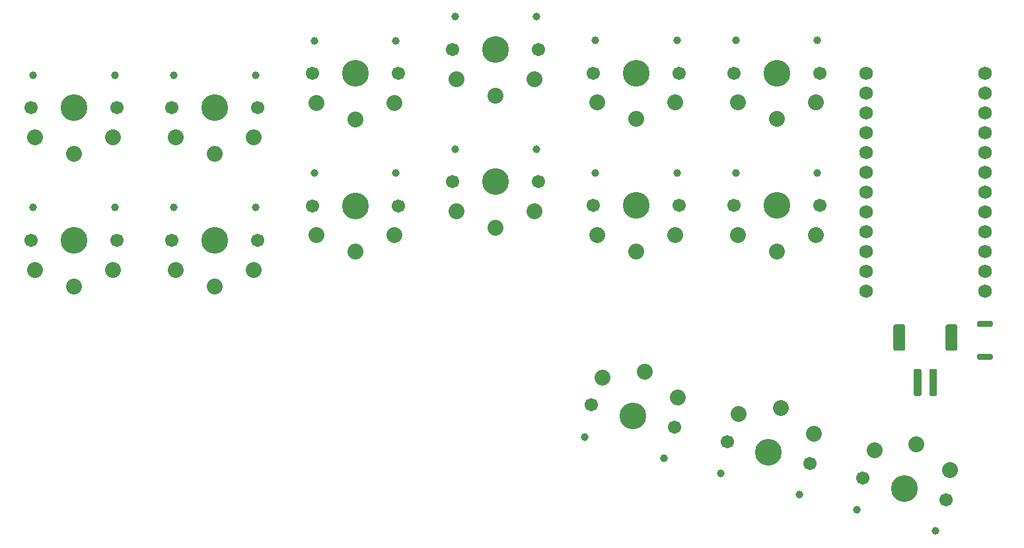
<source format=gbr>
%TF.GenerationSoftware,KiCad,Pcbnew,(5.1.12)-1*%
%TF.CreationDate,2021-12-12T05:01:24+00:00*%
%TF.ProjectId,StenoMi,5374656e-6f4d-4692-9e6b-696361645f70,rev?*%
%TF.SameCoordinates,Original*%
%TF.FileFunction,Soldermask,Bot*%
%TF.FilePolarity,Negative*%
%FSLAX46Y46*%
G04 Gerber Fmt 4.6, Leading zero omitted, Abs format (unit mm)*
G04 Created by KiCad (PCBNEW (5.1.12)-1) date 2021-12-12 05:01:24*
%MOMM*%
%LPD*%
G01*
G04 APERTURE LIST*
%ADD10C,1.752600*%
%ADD11C,1.701800*%
%ADD12C,0.990600*%
%ADD13C,2.032000*%
%ADD14C,3.429000*%
G04 APERTURE END LIST*
D10*
%TO.C,U1*%
X143510000Y-41910000D03*
X143510000Y-44450000D03*
X143510000Y-46990000D03*
X143510000Y-49530000D03*
X143510000Y-52070000D03*
X143510000Y-54610000D03*
X143510000Y-57150000D03*
X143510000Y-59690000D03*
X143510000Y-62230000D03*
X143510000Y-64770000D03*
X143510000Y-67310000D03*
X158750000Y-69850000D03*
X158750000Y-67310000D03*
X158750000Y-64770000D03*
X158750000Y-62230000D03*
X158750000Y-59690000D03*
X158750000Y-57150000D03*
X158750000Y-54610000D03*
X158750000Y-52070000D03*
X158750000Y-49530000D03*
X158750000Y-46990000D03*
X158750000Y-44450000D03*
X143510000Y-69850000D03*
X158750000Y-41910000D03*
%TD*%
%TO.C,Reset2*%
G36*
G01*
X159550000Y-78700000D02*
X157950000Y-78700000D01*
G75*
G02*
X157750000Y-78500000I0J200000D01*
G01*
X157750000Y-78100000D01*
G75*
G02*
X157950000Y-77900000I200000J0D01*
G01*
X159550000Y-77900000D01*
G75*
G02*
X159750000Y-78100000I0J-200000D01*
G01*
X159750000Y-78500000D01*
G75*
G02*
X159550000Y-78700000I-200000J0D01*
G01*
G37*
G36*
G01*
X159550000Y-74500000D02*
X157950000Y-74500000D01*
G75*
G02*
X157750000Y-74300000I0J200000D01*
G01*
X157750000Y-73900000D01*
G75*
G02*
X157950000Y-73700000I200000J0D01*
G01*
X159550000Y-73700000D01*
G75*
G02*
X159750000Y-73900000I0J-200000D01*
G01*
X159750000Y-74300000D01*
G75*
G02*
X159550000Y-74500000I-200000J0D01*
G01*
G37*
%TD*%
%TO.C,BT2*%
G36*
G01*
X153730000Y-77290000D02*
X153730000Y-74390000D01*
G75*
G02*
X153980000Y-74140000I250000J0D01*
G01*
X154980000Y-74140000D01*
G75*
G02*
X155230000Y-74390000I0J-250000D01*
G01*
X155230000Y-77290000D01*
G75*
G02*
X154980000Y-77540000I-250000J0D01*
G01*
X153980000Y-77540000D01*
G75*
G02*
X153730000Y-77290000I0J250000D01*
G01*
G37*
G36*
G01*
X147030000Y-77290000D02*
X147030000Y-74390000D01*
G75*
G02*
X147280000Y-74140000I250000J0D01*
G01*
X148280000Y-74140000D01*
G75*
G02*
X148530000Y-74390000I0J-250000D01*
G01*
X148530000Y-77290000D01*
G75*
G02*
X148280000Y-77540000I-250000J0D01*
G01*
X147280000Y-77540000D01*
G75*
G02*
X147030000Y-77290000I0J250000D01*
G01*
G37*
G36*
G01*
X151630000Y-83090000D02*
X151630000Y-80090000D01*
G75*
G02*
X151880000Y-79840000I250000J0D01*
G01*
X152380000Y-79840000D01*
G75*
G02*
X152630000Y-80090000I0J-250000D01*
G01*
X152630000Y-83090000D01*
G75*
G02*
X152380000Y-83340000I-250000J0D01*
G01*
X151880000Y-83340000D01*
G75*
G02*
X151630000Y-83090000I0J250000D01*
G01*
G37*
G36*
G01*
X149630000Y-83090000D02*
X149630000Y-80090000D01*
G75*
G02*
X149880000Y-79840000I250000J0D01*
G01*
X150380000Y-79840000D01*
G75*
G02*
X150630000Y-80090000I0J-250000D01*
G01*
X150630000Y-83090000D01*
G75*
G02*
X150380000Y-83340000I-250000J0D01*
G01*
X149880000Y-83340000D01*
G75*
G02*
X149630000Y-83090000I0J250000D01*
G01*
G37*
%TD*%
D11*
%TO.C,SW15*%
X118940064Y-87340605D03*
X108314880Y-84493595D03*
D12*
X107498299Y-88622953D03*
D13*
X115154504Y-80218138D03*
X119440614Y-83540677D03*
D14*
X113627472Y-85917100D03*
D13*
X109781355Y-80952487D03*
D12*
X117582565Y-91325024D03*
%TD*%
D11*
%TO.C,SW12*%
X36510210Y-63364687D03*
X47510210Y-63364687D03*
D12*
X47230210Y-59164687D03*
D13*
X42010210Y-69264687D03*
X37010210Y-67164687D03*
D14*
X42010210Y-63364687D03*
D13*
X47010210Y-67164687D03*
D12*
X36790210Y-59164687D03*
%TD*%
D11*
%TO.C,SW11*%
X54540034Y-63364687D03*
X65540034Y-63364687D03*
D12*
X65260034Y-59164687D03*
D13*
X60040034Y-69264687D03*
X55040034Y-67164687D03*
D14*
X60040034Y-63364687D03*
D13*
X65040034Y-67164687D03*
D12*
X54820034Y-59164687D03*
%TD*%
D11*
%TO.C,SW10*%
X72557608Y-58933077D03*
X83557608Y-58933077D03*
D12*
X83277608Y-54733077D03*
D13*
X78057608Y-64833077D03*
X73057608Y-62733077D03*
D14*
X78057608Y-58933077D03*
D13*
X83057608Y-62733077D03*
D12*
X72837608Y-54733077D03*
%TD*%
D11*
%TO.C,SW9*%
X90556221Y-55862250D03*
X101556221Y-55862250D03*
D12*
X101276221Y-51662250D03*
D13*
X96056221Y-61762250D03*
X91056221Y-59662250D03*
D14*
X96056221Y-55862250D03*
D13*
X101056221Y-59662250D03*
D12*
X90836221Y-51662250D03*
%TD*%
D11*
%TO.C,SW8*%
X108573910Y-58918007D03*
X119573910Y-58918007D03*
D12*
X119293910Y-54718007D03*
D13*
X114073910Y-64818007D03*
X109073910Y-62718007D03*
D14*
X114073910Y-58918007D03*
D13*
X119073910Y-62718007D03*
D12*
X108853910Y-54718007D03*
%TD*%
D11*
%TO.C,SW7*%
X126576304Y-58918007D03*
X137576304Y-58918007D03*
D12*
X137296304Y-54718007D03*
D13*
X132076304Y-64818007D03*
X127076304Y-62718007D03*
D14*
X132076304Y-58918007D03*
D13*
X137076304Y-62718007D03*
D12*
X126856304Y-54718007D03*
%TD*%
D11*
%TO.C,SW6*%
X36510210Y-46392980D03*
X47510210Y-46392980D03*
D12*
X47230210Y-42192980D03*
D13*
X42010210Y-52292980D03*
X37010210Y-50192980D03*
D14*
X42010210Y-46392980D03*
D13*
X47010210Y-50192980D03*
D12*
X36790210Y-42192980D03*
%TD*%
D11*
%TO.C,SW5*%
X54540034Y-46392980D03*
X65540034Y-46392980D03*
D12*
X65260034Y-42192980D03*
D13*
X60040034Y-52292980D03*
X55040034Y-50192980D03*
D14*
X60040034Y-46392980D03*
D13*
X65040034Y-50192980D03*
D12*
X54820034Y-42192980D03*
%TD*%
D11*
%TO.C,SW4*%
X72557608Y-41961370D03*
X83557608Y-41961370D03*
D12*
X83277608Y-37761370D03*
D13*
X78057608Y-47861370D03*
X73057608Y-45761370D03*
D14*
X78057608Y-41961370D03*
D13*
X83057608Y-45761370D03*
D12*
X72837608Y-37761370D03*
%TD*%
D11*
%TO.C,SW3*%
X90556221Y-38890543D03*
X101556221Y-38890543D03*
D12*
X101276221Y-34690543D03*
D13*
X96056221Y-44790543D03*
X91056221Y-42690543D03*
D14*
X96056221Y-38890543D03*
D13*
X101056221Y-42690543D03*
D12*
X90836221Y-34690543D03*
%TD*%
D11*
%TO.C,SW2*%
X108577606Y-41916303D03*
X119577606Y-41916303D03*
D12*
X119297606Y-37716303D03*
D13*
X114077606Y-47816303D03*
X109077606Y-45716303D03*
D14*
X114077606Y-41916303D03*
D13*
X119077606Y-45716303D03*
D12*
X108857606Y-37716303D03*
%TD*%
D11*
%TO.C,SW1*%
X126580000Y-41916303D03*
X137580000Y-41916303D03*
D12*
X137300000Y-37716303D03*
D13*
X132080000Y-47816303D03*
X127080000Y-45716303D03*
D14*
X132080000Y-41916303D03*
D13*
X137080000Y-45716303D03*
D12*
X126860000Y-37716303D03*
%TD*%
D11*
%TO.C,SW13*%
X153761287Y-96670924D03*
X143136103Y-93823914D03*
D12*
X142319522Y-97953272D03*
D13*
X149975727Y-89548457D03*
X154261837Y-92870996D03*
D14*
X148448695Y-95247419D03*
D13*
X144602578Y-90282806D03*
D12*
X152403788Y-100655343D03*
%TD*%
D11*
%TO.C,SW14*%
X136356239Y-92007255D03*
X125731055Y-89160245D03*
D12*
X124914474Y-93289603D03*
D13*
X132570679Y-84884788D03*
X136856789Y-88207327D03*
D14*
X131043647Y-90583750D03*
D13*
X127197530Y-85619137D03*
D12*
X134998740Y-95991674D03*
%TD*%
M02*

</source>
